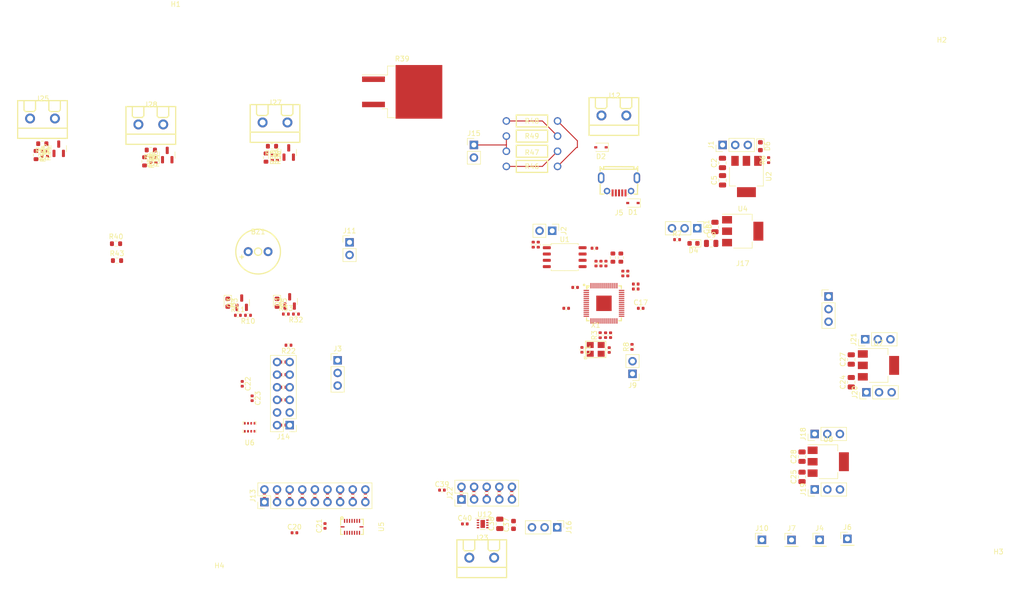
<source format=kicad_pcb>
(kicad_pcb (version 20211014) (generator pcbnew)
  (layers (0 "F.Cu" signal) (31 "B.Cu" power) (34 "B.Paste" user) (35 "F.Paste" user) (36 "B.SilkS" user "B.Silkscreen") (37 "F.SilkS" user "F.Silkscreen") (38 "B.Mask" user) (39 "F.Mask" user) (44 "Edge.Cuts" user))
  (net 0 "")
  (net 1 "Buzzer")
  (net 2 "XIN")
  (net 3 "Net-(C2-Pad2)")
  (net 4 "Net-(C3-Pad1)")
  (net 5 "+3.3V")
  (net 6 "+1V1")
  (net 7 "Protected_VBATT+")
  (net 8 "Net-(C11-Pad1)")
  (net 9 "Net-(C22-Pad1)")
  (net 10 "Net-(C23-Pad1)")
  (net 11 "5v_Servo_AB")
  (net 12 "5v_Servo_CD")
  (net 13 "MOTOR_POWER")
  (net 14 "Net-(C37-Pad1)")
  (net 15 "Net-(C40-Pad1)")
  (net 16 "Net-(D1-Pad1)")
  (net 17 "VBUS")
  (net 18 "+BATT")
  (net 19 "Net-(D3-Pad2)")
  (net 20 "Net-(D4-Pad2)")
  (net 21 "Net-(J2-Pad2)")
  (net 22 "Net-(J3-Pad1)")
  (net 23 "Net-(J3-Pad3)")
  (net 25 "USB_D+")
  (net 26 "USB_D-")
  (net 27 "Run")
  (net 28 "UART_1_TX_I2C0_SDA")
  (net 29 "UART_1_RX_I2C0_SCL")
  (net 30 "SPI0_CSn__BMI088_CS_GYRO")
  (net 31 "ACCEL_INT")
  (net 32 "SPI0_RX__BMI088_MISO")
  (net 33 "SPI0_CSn__BMI088_CS_ACCEL")
  (net 34 "GYRO_INT")
  (net 35 "SPI0_TX__BMI088_MOSI")
  (net 36 "SPI0_SCK__BMI088_SCLK")
  (net 37 "SPI1_SCK__BMP280_SCLK")
  (net 38 "Net-(J14-Pad6)")
  (net 39 "SPI1_TX__BMP280_MOSI")
  (net 40 "Net-(J14-Pad8)")
  (net 41 "SPI1_RX__BMP280_MISO")
  (net 42 "Net-(J14-Pad10)")
  (net 43 "SPI1_CSn__BMP280_CSn")
  (net 44 "Net-(J14-Pad12)")
  (net 45 "Net-(J22-Pad6)")
  (net 46 "PWM_7_A__Reaction_Control_Wheel_In_B")
  (net 47 "Net-(J22-Pad8)")
  (net 48 "PWM_6_A__Reaction_Control_Wheel_In_A")
  (net 49 "Net-(J22-Pad10)")
  (net 50 "Net-(J23-Pad1)")
  (net 51 "Net-(J23-Pad2)")
  (net 52 "Armed_Batt+_with_big_pyro_resistor")
  (net 53 "Net-(J25-Pad2)")
  (net 54 "Net-(J27-Pad2)")
  (net 55 "Net-(J28-Pad2)")
  (net 56 "Net-(Q1-Pad1)")
  (net 57 "Net-(Q2-Pad1)")
  (net 58 "Net-(Q4-Pad1)")
  (net 59 "Net-(Q5-Pad1)")
  (net 60 "/QSPI_SS")
  (net 61 "XOUT")
  (net 62 "Net-(R4-Pad1)")
  (net 63 "Net-(R5-Pad2)")
  (net 64 "PWM_4_A__Servo_E")
  (net 65 "PWM_3_A__Servo_D")
  (net 66 "PWM_2_B__Servo_C")
  (net 67 "PWM_1_A__Servo_B")
  (net 68 "PWM_0_A__Servo_A")
  (net 69 "ADC_3__Battery_Read")
  (net 70 "ADC_0__Pyro_A_Continuity_Check")
  (net 71 "Pyro_Control_A")
  (net 72 "Net-(R46-Pad2)")
  (net 73 "Net-(R48-Pad2)")
  (net 74 "ADC_1__Pyro_B_Continuity_Check")
  (net 75 "ADC_2__Pyro_C_Continuity_Check")
  (net 76 "Pyro_Control_B")
  (net 77 "Pyro_Control_C")
  (net 78 "/QSPI_SD0")
  (net 79 "/QSPI_SD1")
  (net 80 "/QSPI_SD2")
  (net 81 "/QSPI_SD3")
  (net 82 "/QSPI_SCLK")
  (net 85 "Net-(D3-Pad1)")
  (net 86 "Net-(Q3-Pad1)")
  (net 87 "User_controlled_LED_B")
  (net 88 "User_controlled_LED_A")
  (net 89 "GND")
  (net 90 "Net-(C20-Pad1)")
  (net 91 "Net-(J15-Pad1)")
  (net 92 "+5V")
  (net 93 "Net-(D5-Pad1)")
  (net 94 "Net-(D5-Pad2)")
  (net 95 "Net-(D6-Pad2)")
  (net 96 "Net-(J13-Pad1)")
  (net 97 "Net-(J13-Pad3)")
  (net 98 "Net-(J13-Pad5)")
  (net 99 "Net-(J13-Pad7)")
  (net 100 "Net-(J13-Pad9)")
  (net 101 "Net-(J13-Pad13)")
  (net 102 "Net-(J13-Pad15)")
  (net 103 "Net-(J13-Pad17)")
  (footprint "Capacitor_SMD:C_0805_2012Metric" (layer "F.Cu") (at 188.468 135.128 90)
    (fp_text reference "C25")
    (fp_text value "10uF")
  )
  (footprint "Resistor_SMD:R_0603_1608Metric" (layer "F.Cu") (at 80.581 70.866 -90)
    (fp_text reference "R53")
    (fp_text value "91k")
  )
  (footprint "easyeda2kicad:LGA-16_L4.5-W3.0-P0.50-BL" (layer "F.Cu") (at 97.895 145.19 -90)
    (fp_text reference "U5")
    (fp_text value "BMI088")
  )
  (footprint "Resistor_SMD:R_0402_1005Metric" (layer "F.Cu") (at 84.074 114.554 180)
    (fp_text reference "R25")
    (fp_text value "0 ohm")
  )
  (footprint "Package_TO_SOT_SMD:SOT-23" (layer "F.Cu") (at 85.344 99.822 90)
    (fp_text reference "Q1")
    (fp_text value "2N7002")
  )
  (footprint "Resistor_SMD:R_0402_1005Metric" (layer "F.Cu") (at 181.736 71.374 90)
    (fp_text reference "R6")
    (fp_text value "470")
  )
  (footprint "Capacitor_SMD:C_0402_1005Metric" (layer "F.Cu") (at 141 101.2 180)
    (fp_text reference "C12")
    (fp_text value "100nF")
  )
  (footprint "Resistor_SMD:R_0402_1005Metric" (layer "F.Cu") (at 92.964 138.938 90)
    (fp_text reference "R17")
    (fp_text value "0 ohm")
  )
  (footprint "Capacitor_SMD:C_0805_2012Metric" (layer "F.Cu") (at 172.466 75.438 90)
    (fp_text reference "C5")
    (fp_text value "10uF")
  )
  (footprint "Package_TO_SOT_SMD:SOT-23" (layer "F.Cu") (at 38.862 69.088 90)
    (fp_text reference "Q2")
    (fp_text value "AO3400A")
  )
  (footprint "easyeda2kicad:CONN-TH_XY301V-A-5.0-2P" (layer "F.Cu") (at 82.4 63.8)
    (fp_text reference "J27")
    (fp_text value "Screw_Terminal_01x02")
  )
  (footprint "Capacitor_SMD:C_0402_1005Metric" (layer "F.Cu") (at 156 101.2)
    (fp_text reference "C17")
    (fp_text value "100nF")
  )
  (footprint "Resistor_SMD:R_0402_1005Metric" (layer "F.Cu") (at 57.404 71.374 -90)
    (fp_text reference "R57")
    (fp_text value "10k")
  )
  (footprint "Resistor_SMD:R_0402_1005Metric" (layer "F.Cu") (at 84.582 102.362)
    (fp_text reference "R33")
    (fp_text value "200")
  )
  (footprint "Diode_SMD:D_SOD-323" (layer "F.Cu") (at 154.432 80.01 180)
    (fp_text reference "D1")
    (fp_text value "1N5819WS")
  )
  (footprint "Connector_PinHeader_2.54mm:PinHeader_1x03_P2.54mm_Vertical" (layer "F.Cu") (at 95 111.675)
    (fp_text reference "J3")
    (fp_text value "Conn_01x03")
  )
  (footprint "Capacitor_SMD:C_0805_2012Metric" (layer "F.Cu") (at 198.374 116.078 90)
    (fp_text reference "C24")
    (fp_text value "10uF")
  )
  (footprint "Resistor_SMD:R_0603_1608Metric" (layer "F.Cu") (at 35.56 68.072 180)
    (fp_text reference "R41")
    (fp_text value "390k")
  )
  (footprint "Resistor_SMD:R_0402_1005Metric" (layer "F.Cu") (at 81.851 70.864 -90)
    (fp_text reference "R56")
    (fp_text value "10k")
  )
  (footprint "Connector_PinHeader_2.54mm:PinHeader_2x05_P2.54mm_Vertical" (layer "F.Cu") (at 119.925 139.675 90)
    (fp_text reference "J22")
    (fp_text value "Conn_02x05_Odd_Even")
  )
  (footprint "Resistor_SMD:R_0603_1608Metric" (layer "F.Cu") (at 50.4 88.2)
    (fp_text reference "R40")
    (fp_text value "91k")
  )
  (footprint "Package_TO_SOT_SMD:SOT-23" (layer "F.Cu") (at 60.706 70.358 90)
    (fp_text reference "Q5")
    (fp_text value "AO3400A")
  )
  (footprint "easyeda2kicad:RES-TH_BD2.4-L6.3-P10.30-D0.6" (layer "F.Cu") (at 134.112 66.548 180)
    (fp_text reference "R49")
    (fp_text value "DNP")
  )
  (footprint "Resistor_SMD:R_0402_1005Metric" (layer "F.Cu") (at 86.614 102.362 180)
    (fp_text reference "R32")
    (fp_text value "470")
  )
  (footprint "Capacitor_SMD:C_0805_2012Metric" (layer "F.Cu") (at 127.64 144.58 90)
    (fp_text reference "C38")
    (fp_text value "10uF")
  )
  (footprint "Capacitor_SMD:C_0402_1005Metric" (layer "F.Cu") (at 92.456 145.006 90)
    (fp_text reference "C21")
    (fp_text value "100nF")
  )
  (footprint "Capacitor_SMD:C_0402_1005Metric" (layer "F.Cu") (at 149 92.2 90)
    (fp_text reference "C10")
    (fp_text value "100nF")
  )
  (footprint "Capacitor_SMD:C_0402_1005Metric" (layer "F.Cu") (at 155 97.32)
    (fp_text reference "C19")
    (fp_text value "100nF")
  )
  (footprint "Connector_PinHeader_2.54mm:PinHeader_1x03_P2.54mm_Vertical" (layer "F.Cu") (at 191.008 126.492 90)
    (fp_text reference "J18")
    (fp_text value "Conn_01x03")
  )
  (footprint "Capacitor_SMD:C_0402_1005Metric" (layer "F.Cu") (at 144.17 109.56 -90)
    (fp_text reference "C1")
    (fp_text value "30pF")
  )
  (footprint "Capacitor_SMD:C_0402_1005Metric" (layer "F.Cu") (at 149.66 109.6 -90)
    (fp_text reference "C3")
    (fp_text value "30pF")
  )
  (footprint "Resistor_SMD:R_0402_1005Metric" (layer "F.Cu") (at 90.414 138.933 90)
    (fp_text reference "R16")
    (fp_text value "0 ohm")
  )
  (footprint "Capacitor_SMD:C_0402_1005Metric" (layer "F.Cu") (at 153.4 94.2 90)
    (fp_text reference "C16")
    (fp_text value "100nF")
  )
  (footprint "Resistor_SMD:R_0402_1005Metric" (layer "F.Cu") (at 58.42 71.374 90)
    (fp_text reference "R59")
    (fp_text value "470")
  )
  (footprint "LED_SMD:LED_0603_1608Metric" (layer "F.Cu") (at 166.624 88.138 180)
    (fp_text reference "D4")
    (fp_text value "LED-19-217/GHC-YR1S2/3T")
  )
  (footprint "Resistor_SMD:R_0402_1005Metric" (layer "F.Cu") (at 85.11 108.63 180)
    (fp_text reference "R22")
    (fp_text value "0 ohm")
  )
  (footprint "easyeda2kicad:LQFN-56_L7.0-W7.0-P0.4-EP" (layer "F.Cu") (at 148.6 100.2)
    (fp_text reference "U3")
    (fp_text value "RP2040")
  )
  (footprint "Capacitor_SMD:C_0402_1005Metric" (layer "F.Cu") (at 86.31 146.38)
    (fp_text reference "C20")
    (fp_text value "100nF")
  )
  (footprint "Capacitor_SMD:C_0402_1005Metric" (layer "F.Cu") (at 77.79 119.31 -90)
    (fp_text reference "C23")
    (fp_text value "100nF")
  )
  (footprint "Capacitor_SMD:C_0805_2012Metric" (layer "F.Cu") (at 198.374 111.506 90)
    (fp_text reference "C27")
    (fp_text value "10uF")
  )
  (footprint "Connector_PinHeader_2.54mm:PinHeader_2x09_P2.54mm_Vertical" (layer "F.Cu") (at 80.264 140.208 90)
    (fp_text reference "J13")
    (fp_text value "Conn_02x09_Odd_Even")
  )
  (footprint "easyeda2kicad:RES-TH_BD2.4-L6.3-P10.30-D0.6" (layer "F.Cu") (at 134.112 72.644 180)
    (fp_text reference "R46")
    (fp_text value "DNP")
  )
  (footprint "Resistor_SMD:R_0402_1005Metric" (layer "F.Cu") (at 98.044 138.938 90)
    (fp_text reference "R19")
    (fp_text value "0 ohm")
  )
  (footprint "MountingHole:MountingHole_2mm" (layer "F.Cu") (at 228 153.4)
    (fp_text reference "H3")
    (fp_text value "MountingHole")
  )
  (footprint "Package_TO_SOT_SMD:SOT-223-3_TabPin2" (layer "F.Cu") (at 177.277 74.676 -90)
    (fp_text reference "U2")
    (fp_text value "AMS1117-3.3")
  )
  (footprint "Resistor_SMD:R_0402_1005Metric" (layer "F.Cu") (at 36.6 70.104 90)
    (fp_text reference "R45")
    (fp_text value "470")
  )
  (footprint "Package_TO_SOT_SMD:SOT-223-3_TabPin2" (layer "F.Cu") (at 203.852 112.692)
    (fp_text reference "U7")
    (fp_text value "AMS1117-5.0")
  )
  (footprint "Capacitor_SMD:C_0402_1005Metric" (layer "F.Cu") (at 146.68 89.11)
    (fp_text reference "C4")
    (fp_text value "100nF")
  )
  (footprint "Resistor_SMD:R_0603_1608Metric" (layer "F.Cu") (at 81.788 68.58 180)
    (fp_text reference "R52")
    (fp_text value "390k")
  )
  (footprint "Capacitor_SMD:C_0805_2012Metric" (layer "F.Cu") (at 172.451 71.948 90)
    (fp_text reference "C2")
    (fp_text value "10uF")
  )
  (footprint "Package_TO_SOT_SMD:SOT-23" (layer "F.Cu") (at 85.153 69.85 90)
    (fp_text reference "Q4")
    (fp_text value "AO3400A")
  )
  (footprint "Connector_PinHeader_2.54mm:PinHeader_1x03_P2.54mm_Vertical" (layer "F.Cu") (at 191.023 137.668 90)
    (fp_text reference "J19")
    (fp_text value "Conn_01x03")
  )
  (footprint "easyeda2kicad:RES-TH_BD2.4-L6.3-P10.30-D0.6" (layer "F.Cu") (at 134.112 63.5 180)
    (fp_text reference "R48")
    (fp_text value "DNP")
  )
  (footprint "Capacitor_SMD:C_0805_2012Metric" (layer "F.Cu") (at 170.942 84.836 90)
    (fp_text reference "C11")
    (fp_text value "10uF")
  )
  (footprint "easyeda2kicad:RES-TH_BD2.4-L6.3-P10.30-D0.6" (layer "F.Cu") (at 134.112 69.596 180)
    (fp_text reference "R47")
    (fp_text value "DNP")
  )
  (footprint "Resistor_SMD:R_0402_1005Metric" (layer "F.Cu") (at 85.344 138.938 90)
    (fp_text reference "R13")
    (fp_text value "0 ohm")
  )
  (footprint "Resistor_SMD:R_0402_1005Metric" (layer "F.Cu") (at 84.074 119.634 180)
    (fp_text reference "R23")
    (fp_text value "0 ohm")
  )
  (footprint "Resistor_SMD:R_0402_1005Metric" (layer "F.Cu") (at 84.074 112.014 180)
    (fp_text reference "R26")
    (fp_text value "0 ohm")
  )
  (footprint "Package_TO_SOT_SMD:TO-263-2" (layer "F.Cu") (at 107.992 57.639)
    (fp_text reference "R39")
    (fp_text value "3")
  )
  (footprint "Resistor_SMD:R_0402_1005Metric" (layer "F.Cu") (at 122.428 138.43 90)
    (fp_text reference "R35")
    (fp_text value "0 ohm")
  )
  (footprint "Capacitor_SMD:C_0805_2012Metric" (layer "F.Cu") (at 170.18 88.138)
    (fp_text reference "C9")
    (fp_text value "10uF")
  )
  (footprint "Connector_PinHeader_2.54mm:PinHeader_1x02_P2.54mm_Vertical" (layer "F.Cu") (at 97.4 87.925)
    (fp_text reference "J11")
    (fp_text value "Conn_01x02")
  )
  (footprint "Capacitor_SMD:C_0402_1005Metric" (layer "F.Cu") (at 147 92.2 -90)
    (fp_text reference "C6")
    (fp_text value "100nF")
  )
  (footprint "Connector_PinHeader_2.54mm:PinHeader_1x02_P2.54mm_Vertical" (layer "F.Cu") (at 122.428 68.326)
    (fp_text reference "J15")
    (fp_text value "Conn_01x02")
  )
  (footprint "Resistor_SMD:R_0603_1608Metric" (layer "F.Cu") (at 150.4 91 -90)
    (fp_text reference "R4")
    (fp_text value "27")
  )
  (footprint "Connector_PinHeader_2.54mm:PinHeader_1x01_P2.54mm_Vertical" (layer "F.Cu") (at 186.35 147.82)
    (fp_text reference "J7")
    (fp_text value "Conn_01x01")
  )
  (footprint "Connector_PinHeader_2.54mm:PinHeader_1x03_P2.54mm_Vertical" (layer "F.Cu") (at 193.802 98.821)
    (fp_text reference "J17")
    (fp_text value "Conn_01x03")
  )
  (footprint "Connector_PinHeader_2.54mm:PinHeader_1x02_P2.54mm_Vertical" (layer "F.Cu") (at 138.181 85.598 -90)
    (fp_text reference "J2")
    (fp_text value "Conn_01x02")
  )
  (footprint "LED_SMD:LED_0603_1608Metric" (layer "F.Cu") (at 82.804 100.076 -90)
    (fp_text reference "D5")
    (fp_text value "LED-KT-0603R")
  )
  (footprint "Resistor_SMD:R_0402_1005Metric" (layer "F.Cu") (at 130.048 138.43 90)
    (fp_text reference "R38")
    (fp_text value "0 ohm")
  )
  (footprint "Resistor_SMD:R_0402_1005Metric" (layer "F.Cu") (at 82.867 70.866 90)
    (fp_text reference "R58")
    (fp_text value "470")
  )
  (footprint "easyeda2kicad:CONN-TH_XY301V-A-5.0-2P" (layer "F.Cu") (at 35.6 63)
    (fp_text reference "J25")
    (fp_text value "Screw_Terminal_01x02")
  )
  (footprint "easyeda2kicad:CONN-TH_XY301V-A-5.0-2P" (layer "F.Cu") (at 57.4 64.2)
    (fp_text reference "J28")
    (fp_text value "Screw_Terminal_01x02")
  )
  (footprint "Resistor_SMD:R_0402_1005Metric" (layer "F.Cu") (at 80.264 138.936 90)
    (fp_text reference "R9")
    (fp_text value "0 ohm")
  )
  (footprint "easyeda2kicad:MICRO-USB-SMD_MICROXNJ" (layer "F.Cu") (at 151.638 76.454 180)
    (fp_text reference "J5")
    (fp_text value "USB_B_Micro")
  )
  (footprint "Resistor_SMD:R_0402_1005Metric" (layer "F.Cu") (at 135.382 88.392 90)
    (fp_text reference "R2")
    (fp_text value "DNP")
  )
  (footprint "Package_SO:SOIC-8_5.23x5.23mm_P1.27mm" (layer "F.Cu") (at 140.7 90.91)
    (fp_text reference "U1")
    (fp_text value "W25Q128JVSIQTR")
  )
  (footprint "Capacitor_SMD:C_0805_2012Metric" (layer "F.Cu") (at 188.468 131.064 90)
    (fp_text reference "C28")
    (fp_text value "10uF")
  )
  (footprint "Connector_PinHeader_2.54mm:PinHeader_1x03_P2.54mm_Vertical" (layer "F.Cu") (at 201.183 107.442 90)
    (fp_text reference "J21")
    (fp_text value "Conn_01x03")
  )
  (footprint "MountingHole:MountingHole_2mm" (layer "F.Cu") (at 62.4 43.2)
    (fp_text reference "H1")
    (fp_text value "MountingHole")
  )
  (footprint "Connector_PinHeader_2.54mm:PinHeader_1x02_P2.54mm_Vertical" (layer "F.Cu") (at 154.35 114.39 180)
    (fp_text reference "J9")
    (fp_text value "Conn_01x02")
  )
  (footprint "Connector_PinHeader_2.54mm:PinHeader_1x03_P2.54mm_Vertical" (layer "F.Cu") (at 167.371 85.09 -90)
    (fp_text reference "J8")
    (fp_text value "Conn_01x03")
  )
  (footprint "Resistor_SMD:R_0402_1005Metric" (layer "F.Cu") (at 147.84 106.62 90)
    (fp_text reference "R3")
    (fp_text value "470")
  )
  (footprint "Resistor_SMD:R_0402_1005Metric" (layer "F.Cu") (at 84.074 124.714 180)
    (fp_text reference "R21")
    (fp_text value "0 ohm")
  )
  (footprint "Resistor_SMD:R_0402_1005Metric" (layer "F.Cu") (at 82.804 138.938 90)
    (fp_text reference "R12")
    (fp_text value "0 ohm")
  )
  (footprint "Resistor_SMD:R_0402_1005Metric" (layer "F.Cu") (at 125 138.4 90)
    (fp_text reference "R36")
    (fp_text value "0 ohm")
  )
  (footprint "Resistor_SMD:R_0402_1005Metric" (layer "F.Cu") (at 119.888 138.428 90)
    (fp_text reference "R34")
    (fp_text value "0 ohm")
  )
  (footprint "Resistor_SMD:R_0402_1005Metric" (layer "F.Cu") (at 100.584 138.938 90)
    (fp_text reference "R20")
    (fp_text value "0 ohm")
  )
  (footprint "Connector_PinHeader_2.54mm:PinHeader_2x06_P2.54mm_Vertical" (layer "F.Cu") (at 85.349 124.714 180)
    (fp_text reference "J14")
    (fp_text value "Conn_02x06_Odd_Even")
  )
  (footprint "Package_SON:WSON-8-1EP_2x2mm_P0.5mm_EP0.9x1.6mm" (layer "F.Cu") (at 124.2 144.6)
    (fp_text reference "U12")
    (fp_text value "DRV8837")
  )
  (footprint "Resistor_SMD:R_0402_1005Metric" (layer "F.Cu") (at 127.508 138.43 90)
    (fp_text reference "R37")
    (fp_text value "0 ohm")
  )
  (footprint "Capacitor_SMD:C_0402_1005Metric" (layer "F.Cu") (at 155 96.32)
    (fp_text reference "C14")
    (fp_text value "100nF")
  )
  (footprint "easyeda2kicad:CONN-TH_XY301V-A-5.0-2P" (layer "F.Cu") (at 124 151.4)
    (fp_text reference "J23")
    (fp_text value "Screw_Terminal_01x02")
  )
  (footprint "Resistor_SMD:R_0402_1005Metric" (layer "F.Cu") (at 84.074 117.094 180)
    (fp_text reference "R24")
    (fp_text value "0 ohm")
  )
  (footprint "LED_SMD:LED_0603_1608Metric" (layer "F.Cu") (at 180.086 68.58 -90)
    (fp_text reference "D6")
    (fp_text value "LED-KT-0603R")
  )
  (footprint "Capacitor_SMD:C_0402_1005Metric" (layer "F.Cu") (at 148 92.2 90)
    (fp_text reference "C18")
    (fp_text value "100nF")
  )
  (footprint "Package_TO_SOT_SMD:SOT-223-3_TabPin2" (layer "F.Cu") (at 193.746 132.08)
    (fp_text reference "U8")
    (fp_text value "AMS1117-5.0")
  )
  (footprint "Resistor_SMD:R_0603_1608Metric" (layer "F.Cu") (at 50.6 91.6)
    (fp_text reference "R43")
    (fp_text value "390k")
  )
  (footprint "MountingHole:MountingHole_2mm" (layer "F.Cu") (at 71.2 156.2)
    (fp_text reference "H4")
    (fp_text value "MountingHole")
  )
  (footprint "Connector_PinHeader_2.54mm:PinHeader_1x03_P2.54mm_Vertical" (layer "F.Cu") (at 139.192 145.288 -90)
    (fp_text reference "J16")
    (fp_text value "Conn_01x03")
  )
  (footprint "Resistor_SMD:R_0402_1005Metric" (layer "F.Cu") (at 134.366 88.392 -90)
    (fp_text reference "R1")
    (fp_text value "1k")
  )
  (footprint "Capacitor_SMD:C_0402_1005Metric" (layer "F.Cu") (at 142.8 97 180)
    (fp_text reference "C15")
    (fp_text value "100nF")
  )
  (footprint "Capacitor_SMD:C_0402_1005Metric" (layer "F.Cu") (at 75.8 116.4 -90)
    (fp_text reference "C22")
    (fp_text value "100nF")
  )
  (footprint "Resistor_SMD:R_0603_1608Metric" (layer "F.Cu") (at 152 91 -90)
    (fp_text reference "R5")
    (fp_text value "27")
  )
  (footprint "Package_LGA:Bosch_LGA-8_2x2.5mm_P0.65mm_ClockwisePinNumbering" (layer "F.Cu") (at 77.29 125.15 180)
    (fp_text reference "U6")
    (fp_text value "BMP280")
  )
  (footprint "LED_SMD:LED_0603_1608Metric" (layer "F.Cu") (at 72.898 100.076 -90)
    (fp_text reference "D3")
    (fp_text value "LED-19-217/GHC-YR1S2/3T")
  )
  (footprint "Resistor_SMD:R_0603_1608Metric" (layer "F.Cu") (at 56.134 71.628 -90)
    (fp_text reference "R55")
    (fp_text value "91k")
  )
  (footprint "Connector_PinHeader_2.54mm:PinHeader_1x01_P2.54mm_Vertical" (layer "F.Cu") (at 197.6 147.6)
    (fp_text reference "J6")
    (fp_text value "Conn_01x01")
  )
  (footprint "Resistor_SMD:R_0603_1608Metric" (layer "F.Cu") (at 57.404 69.342 180)
    (fp_text reference "R54")
    (fp_text value "390k")
  )
  (footprint "Resistor_SMD:R_0402_1005Metric" (layer "F.Cu") (at 154.25 108.97 90)
    (fp_text reference "R8")
    (fp_text value "10k")
  )
  (footprint "Package_TO_SOT_SMD:SOT-223-3_TabPin2" (layer "F.Cu") (at 176.528 85.682)
    (fp_text reference "U4")
    (fp_text value "AMS1117-5.0")
  )
  (footprint "Connector_PinHeader_2.54mm:PinHeader_1x03_P2.54mm_Vertical" (layer "F.Cu") (at 201.422 118.11 90)
    (fp_text reference "J20")
    (fp_text value "Conn_01x03")
  )
  (footprint "Connector_PinHeader_2.54mm:PinHeader_1x01_P2.54mm_Vertical" (layer "F.Cu") (at 192 147.8)
    (fp_text reference "J4")
    (fp_text value "Conn_01x01")
  )
  (footprint "Connector_PinHeader_2.54mm:PinHeader_1x03_P2.54mm_Vertical" (layer "F.Cu") (at 172.481 68.326 90)
    (fp_text reference "J1")
    (fp_text value "Conn_01x03")
  )
  (footprint "easyeda2kicad:OSC-SMD_4P-L3.2-W2.5-BL" (layer "F.Cu") (at 146.94 109.47)
    (fp_text reference "X1")
    (fp_text value "X322512MSB4SI")
  )
  (footprint "Resistor_SMD:R_0402_1005Metric" (layer "F.Cu") (at 95.504 138.938 90)
    (fp_text reference "R18")
    (fp_text value "0 ohm")
  )
  (footprint "Resistor_SMD:R_0402_1005Metric" (layer "F.Cu") (at 74.928 102.616)
    (fp_text reference "R11")
    (fp_text value "100")
  )
  (footprint "MountingHole:MountingHole_2mm" (layer "F.Cu") (at 216.6 50.4)
    (fp_text reference "H2")
    (fp_text value "MountingHole")
  )
  (footprint "easyeda2kicad:CONN-TH_XY301V-A-5.0-2P" (layer "F.Cu") (at 150.6 62.4)
    (fp_text reference "J12")
    (fp_text value "Screw_Terminal_01x02")
  )
  (footprint "Connector_PinHeader_2.54mm:PinHeader_1x01_P2.54mm_Vertical" (layer "F.Cu") (at 180.4 147.8)
    (fp_text reference "J10")
    (fp_text value "Conn_01x01")
  )
  (footprint "Capacitor_SMD:C_0402_1005Metric" (layer "F.Cu") (at 120.6 144.6)
    (fp_text reference "C40")
    (fp_text value "100nF")
  )
  (footprint "Resistor_SMD:R_0402_1005Metric" (layer "F.Cu") (at 87.884 138.938 90)
    (fp_text reference "R14")
    (fp_text value "0 ohm")
  )
  (footprint "Capacitor_SMD:C_0603_1608Metric" (layer "F.Cu") (at 130.4 144.8 90)
    (fp_text reference "C37")
    (fp_text value "DNP")
  )
  (footprint "Diode_SMD:D_SOD-323" (layer "F.Cu") (at 148 68.8 180)
    (fp_text reference "D2")
    (fp_text value "1N5819WS")
  )
  (footprint "easyeda2kicad:BUZ-TH_BD9.0-P4.00-D0.6-FD" (layer "F.Cu") (at 79 89.8)
    (fp_text reference "BZ1")
    (fp_text value "Buzzer")
  )
  (footprint "Resistor_SMD:R_0402_1005Metric" (layer "F.Cu") (at 76.962 102.616 180)
    (fp_text reference "R10")
    (fp_text value "470")
  )
  (footprint "Capacitor_SMD:C_0402_1005Metric" (layer "F.Cu") (at 116 137.8)
    (fp_text reference "C39")
    (fp_text value "100nF")
  )
  (footprint "Resistor_SMD:R_0402_1005Metric" (layer "F.Cu") (at 35.56 70.104 -90)
    (fp_text reference "R44")
    (fp_text value "10k")
  )
  (footprint "Capacitor_SMD:C_0402_1005Metric" (layer "F.Cu") (at 148.93 106.61 -90)
    (fp_text reference "C13")
    (fp_text value "1uF")
  )
  (footprint "Package_TO_SOT_SMD:SOT-23" (layer "F.Cu") (at 75.692 100.076 90)
    (fp_text reference "Q3")
    (fp_text value "2N7002")
  )
  (footprint "Capacitor_SMD:C_0402_1005Metric" (layer "F.Cu") (at 149.93 106.61 90)
    (fp_text reference "C8")
    (fp_text value "100nF")
  )
  (footprint "Capacitor_SMD:C_0402_1005Metric" (layer "F.Cu") (at 152.4 94.2 90)
    (fp_text reference "C7")
    (fp_text value "1uF")
  )
  (footprint "Resistor_SMD:R_0402_1005Metric" (layer "F.Cu") (at 163.322 87.376)
    (fp_text reference "R7")
    (fp_text value "1k")
  )
  (footprint "Resistor_SMD:R_0603_1608Metric" (layer "F.Cu") (at 34.29 70.358 -90)
    (fp_text reference "R42")
    (fp_text value "91k")
  )
  (segment (start 143.256 67.494) (end 139.262 63.5) (width 0.2) (layer "F.Cu") (net 18))
  (segment (start 143.072 68.834) (end 143.256 68.834) (width 0.2) (layer "F.Cu") (net 18))
  (segment (start 139.262 72.644) (end 143.072 68.834) (width 0.2) (layer "F.Cu") (net 18))
  (segment (start 143.256 68.834) (end 143.256 67.494) (width 0.2) (layer "F.Cu") (net 18))
  (segment (start 136.214 72.644) (end 139.262 69.596) (width 0.2) (layer "F.Cu") (net 72))
  (segment (start 128.962 72.644) (end 136.214 72.644) (width 0.2) (layer "F.Cu") (net 72))
  (segment (start 128.962 63.5) (end 136.214 63.5) (width 0.2) (layer "F.Cu") (net 73))
  (segment (start 136.214 63.5) (end 139.262 66.548) (width 0.2) (layer "F.Cu") (net 73))
  (segment (start 128.962 66.548) (end 128.962 68.256) (width 0.2) (layer "F.Cu") (net 91))
  (segment (start 128.892 68.326) (end 122.428 68.326) (width 0.2) (layer "F.Cu") (net 91))
  (segment (start 128.962 68.256) (end 128.892 68.326) (width 0.2) (layer "F.Cu") (net 91))
  (segment (start 128.962 68.256) (end 128.962 69.596) (width 0.2) (layer "F.Cu") (net 91))
)
</source>
